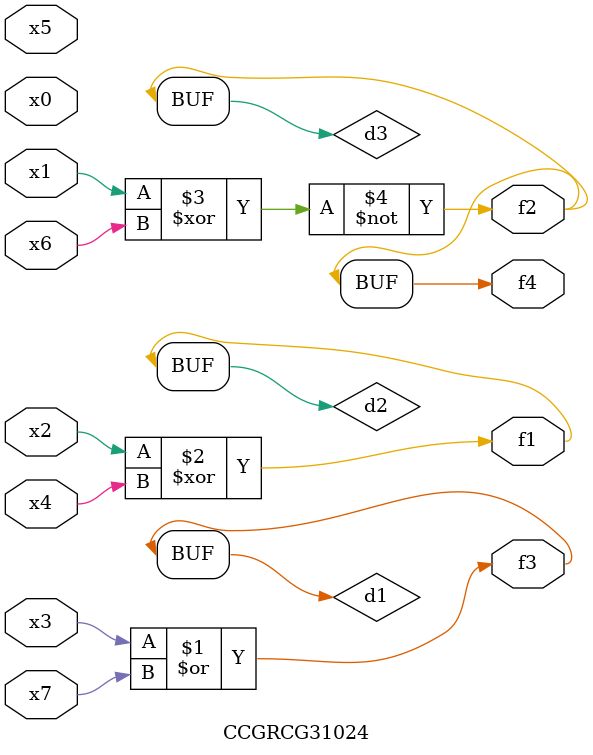
<source format=v>
module CCGRCG31024(
	input x0, x1, x2, x3, x4, x5, x6, x7,
	output f1, f2, f3, f4
);

	wire d1, d2, d3;

	or (d1, x3, x7);
	xor (d2, x2, x4);
	xnor (d3, x1, x6);
	assign f1 = d2;
	assign f2 = d3;
	assign f3 = d1;
	assign f4 = d3;
endmodule

</source>
